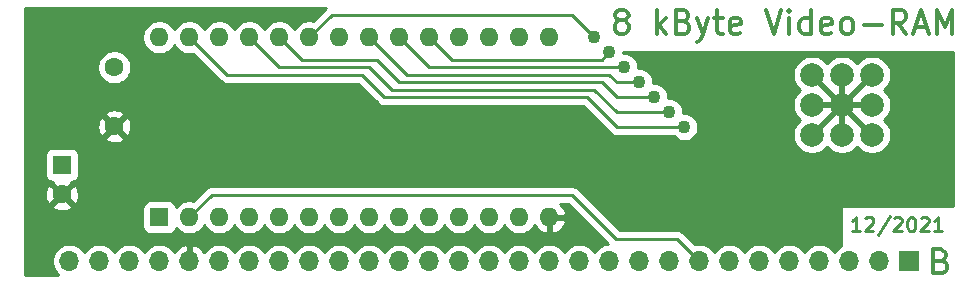
<source format=gbr>
%TF.GenerationSoftware,KiCad,Pcbnew,5.1.10*%
%TF.CreationDate,2021-12-04T10:07:26+01:00*%
%TF.ProjectId,Speichermodul_VRAM,53706569-6368-4657-926d-6f64756c5f56,1*%
%TF.SameCoordinates,Original*%
%TF.FileFunction,Copper,L1,Top*%
%TF.FilePolarity,Positive*%
%FSLAX46Y46*%
G04 Gerber Fmt 4.6, Leading zero omitted, Abs format (unit mm)*
G04 Created by KiCad (PCBNEW 5.1.10) date 2021-12-04 10:07:26*
%MOMM*%
%LPD*%
G01*
G04 APERTURE LIST*
%TA.AperFunction,NonConductor*%
%ADD10C,0.250000*%
%TD*%
%TA.AperFunction,NonConductor*%
%ADD11C,0.300000*%
%TD*%
%TA.AperFunction,ComponentPad*%
%ADD12O,1.600000X1.600000*%
%TD*%
%TA.AperFunction,ComponentPad*%
%ADD13R,1.600000X1.600000*%
%TD*%
%TA.AperFunction,SMDPad,CuDef*%
%ADD14C,0.100000*%
%TD*%
%TA.AperFunction,SMDPad,CuDef*%
%ADD15R,5.080000X0.500000*%
%TD*%
%TA.AperFunction,SMDPad,CuDef*%
%ADD16R,0.500000X5.080000*%
%TD*%
%TA.AperFunction,SMDPad,CuDef*%
%ADD17C,2.000000*%
%TD*%
%TA.AperFunction,ComponentPad*%
%ADD18C,1.600000*%
%TD*%
%TA.AperFunction,ComponentPad*%
%ADD19O,1.700000X1.700000*%
%TD*%
%TA.AperFunction,ComponentPad*%
%ADD20R,1.700000X1.700000*%
%TD*%
%TA.AperFunction,ViaPad*%
%ADD21C,1.100000*%
%TD*%
%TA.AperFunction,Conductor*%
%ADD22C,0.250000*%
%TD*%
%TA.AperFunction,Conductor*%
%ADD23C,0.254000*%
%TD*%
%TA.AperFunction,Conductor*%
%ADD24C,0.100000*%
%TD*%
G04 APERTURE END LIST*
D10*
X184407500Y-132622857D02*
X183721785Y-132622857D01*
X184064642Y-132622857D02*
X184064642Y-131422857D01*
X183950357Y-131594285D01*
X183836071Y-131708571D01*
X183721785Y-131765714D01*
X184864642Y-131537142D02*
X184921785Y-131480000D01*
X185036071Y-131422857D01*
X185321785Y-131422857D01*
X185436071Y-131480000D01*
X185493214Y-131537142D01*
X185550357Y-131651428D01*
X185550357Y-131765714D01*
X185493214Y-131937142D01*
X184807500Y-132622857D01*
X185550357Y-132622857D01*
X186921785Y-131365714D02*
X185893214Y-132908571D01*
X187264642Y-131537142D02*
X187321785Y-131480000D01*
X187436071Y-131422857D01*
X187721785Y-131422857D01*
X187836071Y-131480000D01*
X187893214Y-131537142D01*
X187950357Y-131651428D01*
X187950357Y-131765714D01*
X187893214Y-131937142D01*
X187207500Y-132622857D01*
X187950357Y-132622857D01*
X188693214Y-131422857D02*
X188807500Y-131422857D01*
X188921785Y-131480000D01*
X188978928Y-131537142D01*
X189036071Y-131651428D01*
X189093214Y-131880000D01*
X189093214Y-132165714D01*
X189036071Y-132394285D01*
X188978928Y-132508571D01*
X188921785Y-132565714D01*
X188807500Y-132622857D01*
X188693214Y-132622857D01*
X188578928Y-132565714D01*
X188521785Y-132508571D01*
X188464642Y-132394285D01*
X188407500Y-132165714D01*
X188407500Y-131880000D01*
X188464642Y-131651428D01*
X188521785Y-131537142D01*
X188578928Y-131480000D01*
X188693214Y-131422857D01*
X189550357Y-131537142D02*
X189607500Y-131480000D01*
X189721785Y-131422857D01*
X190007500Y-131422857D01*
X190121785Y-131480000D01*
X190178928Y-131537142D01*
X190236071Y-131651428D01*
X190236071Y-131765714D01*
X190178928Y-131937142D01*
X189493214Y-132622857D01*
X190236071Y-132622857D01*
X191378928Y-132622857D02*
X190693214Y-132622857D01*
X191036071Y-132622857D02*
X191036071Y-131422857D01*
X190921785Y-131594285D01*
X190807500Y-131708571D01*
X190693214Y-131765714D01*
D11*
X164047619Y-114761904D02*
X163857142Y-114666666D01*
X163761904Y-114571428D01*
X163666666Y-114380952D01*
X163666666Y-114285714D01*
X163761904Y-114095238D01*
X163857142Y-114000000D01*
X164047619Y-113904761D01*
X164428571Y-113904761D01*
X164619047Y-114000000D01*
X164714285Y-114095238D01*
X164809523Y-114285714D01*
X164809523Y-114380952D01*
X164714285Y-114571428D01*
X164619047Y-114666666D01*
X164428571Y-114761904D01*
X164047619Y-114761904D01*
X163857142Y-114857142D01*
X163761904Y-114952380D01*
X163666666Y-115142857D01*
X163666666Y-115523809D01*
X163761904Y-115714285D01*
X163857142Y-115809523D01*
X164047619Y-115904761D01*
X164428571Y-115904761D01*
X164619047Y-115809523D01*
X164714285Y-115714285D01*
X164809523Y-115523809D01*
X164809523Y-115142857D01*
X164714285Y-114952380D01*
X164619047Y-114857142D01*
X164428571Y-114761904D01*
X167190476Y-115904761D02*
X167190476Y-113904761D01*
X167380952Y-115142857D02*
X167952380Y-115904761D01*
X167952380Y-114571428D02*
X167190476Y-115333333D01*
X169476190Y-114857142D02*
X169761904Y-114952380D01*
X169857142Y-115047619D01*
X169952380Y-115238095D01*
X169952380Y-115523809D01*
X169857142Y-115714285D01*
X169761904Y-115809523D01*
X169571428Y-115904761D01*
X168809523Y-115904761D01*
X168809523Y-113904761D01*
X169476190Y-113904761D01*
X169666666Y-114000000D01*
X169761904Y-114095238D01*
X169857142Y-114285714D01*
X169857142Y-114476190D01*
X169761904Y-114666666D01*
X169666666Y-114761904D01*
X169476190Y-114857142D01*
X168809523Y-114857142D01*
X170619047Y-114571428D02*
X171095238Y-115904761D01*
X171571428Y-114571428D02*
X171095238Y-115904761D01*
X170904761Y-116380952D01*
X170809523Y-116476190D01*
X170619047Y-116571428D01*
X172047619Y-114571428D02*
X172809523Y-114571428D01*
X172333333Y-113904761D02*
X172333333Y-115619047D01*
X172428571Y-115809523D01*
X172619047Y-115904761D01*
X172809523Y-115904761D01*
X174238095Y-115809523D02*
X174047619Y-115904761D01*
X173666666Y-115904761D01*
X173476190Y-115809523D01*
X173380952Y-115619047D01*
X173380952Y-114857142D01*
X173476190Y-114666666D01*
X173666666Y-114571428D01*
X174047619Y-114571428D01*
X174238095Y-114666666D01*
X174333333Y-114857142D01*
X174333333Y-115047619D01*
X173380952Y-115238095D01*
X176428571Y-113904761D02*
X177095238Y-115904761D01*
X177761904Y-113904761D01*
X178428571Y-115904761D02*
X178428571Y-114571428D01*
X178428571Y-113904761D02*
X178333333Y-114000000D01*
X178428571Y-114095238D01*
X178523809Y-114000000D01*
X178428571Y-113904761D01*
X178428571Y-114095238D01*
X180238095Y-115904761D02*
X180238095Y-113904761D01*
X180238095Y-115809523D02*
X180047619Y-115904761D01*
X179666666Y-115904761D01*
X179476190Y-115809523D01*
X179380952Y-115714285D01*
X179285714Y-115523809D01*
X179285714Y-114952380D01*
X179380952Y-114761904D01*
X179476190Y-114666666D01*
X179666666Y-114571428D01*
X180047619Y-114571428D01*
X180238095Y-114666666D01*
X181952380Y-115809523D02*
X181761904Y-115904761D01*
X181380952Y-115904761D01*
X181190476Y-115809523D01*
X181095238Y-115619047D01*
X181095238Y-114857142D01*
X181190476Y-114666666D01*
X181380952Y-114571428D01*
X181761904Y-114571428D01*
X181952380Y-114666666D01*
X182047619Y-114857142D01*
X182047619Y-115047619D01*
X181095238Y-115238095D01*
X183190476Y-115904761D02*
X183000000Y-115809523D01*
X182904761Y-115714285D01*
X182809523Y-115523809D01*
X182809523Y-114952380D01*
X182904761Y-114761904D01*
X183000000Y-114666666D01*
X183190476Y-114571428D01*
X183476190Y-114571428D01*
X183666666Y-114666666D01*
X183761904Y-114761904D01*
X183857142Y-114952380D01*
X183857142Y-115523809D01*
X183761904Y-115714285D01*
X183666666Y-115809523D01*
X183476190Y-115904761D01*
X183190476Y-115904761D01*
X184714285Y-115142857D02*
X186238095Y-115142857D01*
X188333333Y-115904761D02*
X187666666Y-114952380D01*
X187190476Y-115904761D02*
X187190476Y-113904761D01*
X187952380Y-113904761D01*
X188142857Y-114000000D01*
X188238095Y-114095238D01*
X188333333Y-114285714D01*
X188333333Y-114571428D01*
X188238095Y-114761904D01*
X188142857Y-114857142D01*
X187952380Y-114952380D01*
X187190476Y-114952380D01*
X189095238Y-115333333D02*
X190047619Y-115333333D01*
X188904761Y-115904761D02*
X189571428Y-113904761D01*
X190238095Y-115904761D01*
X190904761Y-115904761D02*
X190904761Y-113904761D01*
X191571428Y-115333333D01*
X192238095Y-113904761D01*
X192238095Y-115904761D01*
X191277857Y-135112142D02*
X191563571Y-135207380D01*
X191658809Y-135302619D01*
X191754047Y-135493095D01*
X191754047Y-135778809D01*
X191658809Y-135969285D01*
X191563571Y-136064523D01*
X191373095Y-136159761D01*
X190611190Y-136159761D01*
X190611190Y-134159761D01*
X191277857Y-134159761D01*
X191468333Y-134255000D01*
X191563571Y-134350238D01*
X191658809Y-134540714D01*
X191658809Y-134731190D01*
X191563571Y-134921666D01*
X191468333Y-135016904D01*
X191277857Y-135112142D01*
X190611190Y-135112142D01*
D12*
%TO.P,U3,28*%
%TO.N,U2*%
X125095000Y-116205000D03*
%TO.P,U3,14*%
%TO.N,GND*%
X158115000Y-131445000D03*
%TO.P,U3,27*%
%TO.N,R~W*%
X127635000Y-116205000D03*
%TO.P,U3,13*%
%TO.N,/D2*%
X155575000Y-131445000D03*
%TO.P,U3,26*%
%TO.N,U1*%
X130175000Y-116205000D03*
%TO.P,U3,12*%
%TO.N,/D1*%
X153035000Y-131445000D03*
%TO.P,U3,25*%
%TO.N,/A8*%
X132715000Y-116205000D03*
%TO.P,U3,11*%
%TO.N,/D0*%
X150495000Y-131445000D03*
%TO.P,U3,24*%
%TO.N,/A9*%
X135255000Y-116205000D03*
%TO.P,U3,10*%
%TO.N,/A0*%
X147955000Y-131445000D03*
%TO.P,U3,23*%
%TO.N,/A11*%
X137795000Y-116205000D03*
%TO.P,U3,9*%
%TO.N,/A1*%
X145415000Y-131445000D03*
%TO.P,U3,22*%
%TO.N,/~CSA*%
X140335000Y-116205000D03*
%TO.P,U3,8*%
%TO.N,/A2*%
X142875000Y-131445000D03*
%TO.P,U3,21*%
%TO.N,/A10*%
X142875000Y-116205000D03*
%TO.P,U3,7*%
%TO.N,/A3*%
X140335000Y-131445000D03*
%TO.P,U3,20*%
%TO.N,/~CSA*%
X145415000Y-116205000D03*
%TO.P,U3,6*%
%TO.N,/A4*%
X137795000Y-131445000D03*
%TO.P,U3,19*%
%TO.N,/D7*%
X147955000Y-116205000D03*
%TO.P,U3,5*%
%TO.N,/A5*%
X135255000Y-131445000D03*
%TO.P,U3,18*%
%TO.N,/D6*%
X150495000Y-116205000D03*
%TO.P,U3,4*%
%TO.N,/A6*%
X132715000Y-131445000D03*
%TO.P,U3,17*%
%TO.N,/D5*%
X153035000Y-116205000D03*
%TO.P,U3,3*%
%TO.N,/A7*%
X130175000Y-131445000D03*
%TO.P,U3,16*%
%TO.N,/D4*%
X155575000Y-116205000D03*
%TO.P,U3,2*%
%TO.N,/A12*%
X127635000Y-131445000D03*
%TO.P,U3,15*%
%TO.N,/D3*%
X158115000Y-116205000D03*
D13*
%TO.P,U3,1*%
%TO.N,Net-(U3-Pad1)*%
X125095000Y-131445000D03*
%TD*%
%TA.AperFunction,SMDPad,CuDef*%
D14*
%TO.P,REF\u002A\u002A,2*%
%TO.N,N/C*%
G36*
X185531650Y-119621903D02*
G01*
X180581903Y-124571650D01*
X180228350Y-124218097D01*
X185178097Y-119268350D01*
X185531650Y-119621903D01*
G37*
%TD.AperFunction*%
%TA.AperFunction,SMDPad,CuDef*%
G36*
X185178097Y-124571650D02*
G01*
X180228350Y-119621903D01*
X180581903Y-119268350D01*
X185531650Y-124218097D01*
X185178097Y-124571650D01*
G37*
%TD.AperFunction*%
D15*
X182880000Y-121920000D03*
D16*
X182880000Y-121920000D03*
D17*
%TO.P,REF\u002A\u002A,1*%
X180340000Y-121920000D03*
X180340000Y-124460000D03*
X182880000Y-124460000D03*
X185420000Y-124460000D03*
X185420000Y-121920000D03*
X185420000Y-119380000D03*
X182880000Y-119380000D03*
X180340000Y-119380000D03*
X182880000Y-121920000D03*
%TD*%
D18*
%TO.P,C5,2*%
%TO.N,GND*%
X116840000Y-129500000D03*
D13*
%TO.P,C5,1*%
%TO.N,U2*%
X116840000Y-127000000D03*
%TD*%
D18*
%TO.P,C3,2*%
%TO.N,GND*%
X121285000Y-123745000D03*
%TO.P,C3,1*%
%TO.N,U2*%
X121285000Y-118745000D03*
%TD*%
D19*
%TO.P,X10,29*%
%TO.N,Net-(X10-Pad29)*%
X117470000Y-135160000D03*
%TO.P,X10,28*%
%TO.N,+5P*%
X120010000Y-135160000D03*
%TO.P,X10,27*%
%TO.N,U2*%
X122550000Y-135160000D03*
%TO.P,X10,26*%
%TO.N,U1*%
X125090000Y-135160000D03*
%TO.P,X10,25*%
%TO.N,GND*%
X127630000Y-135160000D03*
%TO.P,X10,24*%
%TO.N,/A7*%
X130170000Y-135160000D03*
%TO.P,X10,23*%
%TO.N,/A6*%
X132710000Y-135160000D03*
%TO.P,X10,22*%
%TO.N,/A5*%
X135250000Y-135160000D03*
%TO.P,X10,21*%
%TO.N,/A4*%
X137790000Y-135160000D03*
%TO.P,X10,20*%
%TO.N,/A3*%
X140330000Y-135160000D03*
%TO.P,X10,19*%
%TO.N,/A2*%
X142870000Y-135160000D03*
%TO.P,X10,18*%
%TO.N,/A1*%
X145410000Y-135160000D03*
%TO.P,X10,17*%
%TO.N,/A0*%
X147950000Y-135160000D03*
%TO.P,X10,16*%
%TO.N,/D0*%
X150490000Y-135160000D03*
%TO.P,X10,15*%
%TO.N,/D1*%
X153030000Y-135160000D03*
%TO.P,X10,14*%
%TO.N,/D2*%
X155570000Y-135160000D03*
%TO.P,X10,13*%
%TO.N,/D3*%
X158110000Y-135160000D03*
%TO.P,X10,12*%
%TO.N,/D4*%
X160650000Y-135160000D03*
%TO.P,X10,11*%
%TO.N,/D5*%
X163190000Y-135160000D03*
%TO.P,X10,10*%
%TO.N,/D6*%
X165730000Y-135160000D03*
%TO.P,X10,9*%
%TO.N,/D7*%
X168270000Y-135160000D03*
%TO.P,X10,8*%
%TO.N,/A12*%
X170810000Y-135160000D03*
%TO.P,X10,7*%
%TO.N,/A11*%
X173350000Y-135160000D03*
%TO.P,X10,6*%
%TO.N,/A10*%
X175890000Y-135160000D03*
%TO.P,X10,5*%
%TO.N,/A9*%
X178430000Y-135160000D03*
%TO.P,X10,4*%
%TO.N,/A8*%
X180970000Y-135160000D03*
%TO.P,X10,3*%
%TO.N,R~W*%
X183510000Y-135160000D03*
%TO.P,X10,2*%
%TO.N,Net-(X10-Pad2)*%
X186050000Y-135160000D03*
D20*
%TO.P,X10,1*%
%TO.N,/~CSA*%
X188590000Y-135160000D03*
%TD*%
D21*
%TO.N,*%
X182880000Y-121920000D03*
%TO.N,GND*%
X172720000Y-123825000D03*
%TO.N,/A8*%
X168275000Y-122555000D03*
%TO.N,/A9*%
X167005000Y-121285000D03*
%TO.N,/A10*%
X165735000Y-120015000D03*
%TO.N,/D7*%
X163195000Y-117475000D03*
%TO.N,R~W*%
X169545000Y-123825000D03*
%TO.N,/~CSA*%
X164465000Y-118745000D03*
%TO.N,/A11*%
X161925000Y-116205000D03*
%TD*%
D22*
%TO.N,GND*%
X121245000Y-129500000D02*
X121285000Y-129540000D01*
X121285000Y-129540000D02*
X121285000Y-130810000D01*
X127630000Y-133355000D02*
X127635000Y-133350000D01*
X127630000Y-135160000D02*
X127630000Y-133355000D01*
X127635000Y-133350000D02*
X156210000Y-133350000D01*
X158115000Y-131445000D02*
X158115000Y-133350000D01*
X158115000Y-133350000D02*
X156210000Y-133350000D01*
X116840000Y-129500000D02*
X118110000Y-130770000D01*
X121245000Y-130770000D02*
X121920000Y-131445000D01*
X121285000Y-130810000D02*
X121920000Y-131445000D01*
%TO.N,/A8*%
X161925000Y-120650000D02*
X163830000Y-122555000D01*
X163830000Y-122555000D02*
X165100000Y-122555000D01*
X165100000Y-122555000D02*
X168275000Y-122555000D01*
X142875000Y-118745000D02*
X144780000Y-120650000D01*
X135255000Y-118745000D02*
X142875000Y-118745000D01*
X144780000Y-120650000D02*
X161925000Y-120650000D01*
X132715000Y-116205000D02*
X135255000Y-118745000D01*
%TO.N,/A9*%
X163830000Y-121285000D02*
X165735000Y-121285000D01*
X162560000Y-120015000D02*
X163830000Y-121285000D01*
X165735000Y-121285000D02*
X167005000Y-121285000D01*
X143510000Y-118110000D02*
X145415000Y-120015000D01*
X137160000Y-118110000D02*
X143510000Y-118110000D01*
X145415000Y-120015000D02*
X162560000Y-120015000D01*
X135255000Y-116205000D02*
X137160000Y-118110000D01*
%TO.N,/A10*%
X146050000Y-119380000D02*
X142875000Y-116205000D01*
X163195000Y-119380000D02*
X163830000Y-120015000D01*
X163195000Y-119380000D02*
X146050000Y-119380000D01*
X163830000Y-120015000D02*
X165735000Y-120015000D01*
%TO.N,/D7*%
X149860000Y-118110000D02*
X147955000Y-116205000D01*
X162560000Y-118110000D02*
X149860000Y-118110000D01*
X163195000Y-117475000D02*
X162560000Y-118110000D01*
%TO.N,R~W*%
X165100000Y-123825000D02*
X169545000Y-123825000D01*
X163830000Y-123825000D02*
X165100000Y-123825000D01*
X161290000Y-121285000D02*
X163830000Y-123825000D01*
X142240000Y-119380000D02*
X144145000Y-121285000D01*
X130810000Y-119380000D02*
X142240000Y-119380000D01*
X144145000Y-121285000D02*
X161290000Y-121285000D01*
X127635000Y-116205000D02*
X130810000Y-119380000D01*
%TO.N,/~CSA*%
X147955000Y-118745000D02*
X145415000Y-116205000D01*
X164465000Y-118745000D02*
X147955000Y-118745000D01*
%TO.N,/A12*%
X129540000Y-129540000D02*
X160020000Y-129540000D01*
X127635000Y-131445000D02*
X129540000Y-129540000D01*
X163785000Y-133305000D02*
X168955000Y-133305000D01*
X160020000Y-129540000D02*
X163785000Y-133305000D01*
X168955000Y-133305000D02*
X170810000Y-135160000D01*
%TO.N,/A11*%
X139700000Y-114300000D02*
X137795000Y-116205000D01*
X160020000Y-114300000D02*
X139700000Y-114300000D01*
X161925000Y-116205000D02*
X160020000Y-114300000D01*
%TD*%
D23*
%TO.N,GND*%
X139159999Y-113759999D02*
X139136201Y-113788997D01*
X138118886Y-114806312D01*
X137936335Y-114770000D01*
X137653665Y-114770000D01*
X137376426Y-114825147D01*
X137115273Y-114933320D01*
X136880241Y-115090363D01*
X136680363Y-115290241D01*
X136525000Y-115522759D01*
X136369637Y-115290241D01*
X136169759Y-115090363D01*
X135934727Y-114933320D01*
X135673574Y-114825147D01*
X135396335Y-114770000D01*
X135113665Y-114770000D01*
X134836426Y-114825147D01*
X134575273Y-114933320D01*
X134340241Y-115090363D01*
X134140363Y-115290241D01*
X133985000Y-115522759D01*
X133829637Y-115290241D01*
X133629759Y-115090363D01*
X133394727Y-114933320D01*
X133133574Y-114825147D01*
X132856335Y-114770000D01*
X132573665Y-114770000D01*
X132296426Y-114825147D01*
X132035273Y-114933320D01*
X131800241Y-115090363D01*
X131600363Y-115290241D01*
X131445000Y-115522759D01*
X131289637Y-115290241D01*
X131089759Y-115090363D01*
X130854727Y-114933320D01*
X130593574Y-114825147D01*
X130316335Y-114770000D01*
X130033665Y-114770000D01*
X129756426Y-114825147D01*
X129495273Y-114933320D01*
X129260241Y-115090363D01*
X129060363Y-115290241D01*
X128905000Y-115522759D01*
X128749637Y-115290241D01*
X128549759Y-115090363D01*
X128314727Y-114933320D01*
X128053574Y-114825147D01*
X127776335Y-114770000D01*
X127493665Y-114770000D01*
X127216426Y-114825147D01*
X126955273Y-114933320D01*
X126720241Y-115090363D01*
X126520363Y-115290241D01*
X126365000Y-115522759D01*
X126209637Y-115290241D01*
X126009759Y-115090363D01*
X125774727Y-114933320D01*
X125513574Y-114825147D01*
X125236335Y-114770000D01*
X124953665Y-114770000D01*
X124676426Y-114825147D01*
X124415273Y-114933320D01*
X124180241Y-115090363D01*
X123980363Y-115290241D01*
X123823320Y-115525273D01*
X123715147Y-115786426D01*
X123660000Y-116063665D01*
X123660000Y-116346335D01*
X123715147Y-116623574D01*
X123823320Y-116884727D01*
X123980363Y-117119759D01*
X124180241Y-117319637D01*
X124415273Y-117476680D01*
X124676426Y-117584853D01*
X124953665Y-117640000D01*
X125236335Y-117640000D01*
X125513574Y-117584853D01*
X125774727Y-117476680D01*
X126009759Y-117319637D01*
X126209637Y-117119759D01*
X126365000Y-116887241D01*
X126520363Y-117119759D01*
X126720241Y-117319637D01*
X126955273Y-117476680D01*
X127216426Y-117584853D01*
X127493665Y-117640000D01*
X127776335Y-117640000D01*
X127958886Y-117603688D01*
X130246200Y-119891002D01*
X130269999Y-119920001D01*
X130298997Y-119943799D01*
X130385723Y-120014974D01*
X130494446Y-120073088D01*
X130517753Y-120085546D01*
X130661014Y-120129003D01*
X130772667Y-120140000D01*
X130772676Y-120140000D01*
X130809999Y-120143676D01*
X130847322Y-120140000D01*
X141925199Y-120140000D01*
X143581200Y-121796002D01*
X143604999Y-121825001D01*
X143720724Y-121919974D01*
X143852753Y-121990546D01*
X143996014Y-122034003D01*
X144107667Y-122045000D01*
X144107677Y-122045000D01*
X144145000Y-122048676D01*
X144182323Y-122045000D01*
X160975199Y-122045000D01*
X163266205Y-124336008D01*
X163289999Y-124365001D01*
X163318992Y-124388795D01*
X163318996Y-124388799D01*
X163389685Y-124446811D01*
X163405724Y-124459974D01*
X163537753Y-124530546D01*
X163681014Y-124574003D01*
X163792667Y-124585000D01*
X163792676Y-124585000D01*
X163829999Y-124588676D01*
X163867322Y-124585000D01*
X168629156Y-124585000D01*
X168789606Y-124745450D01*
X168983692Y-124875134D01*
X169199348Y-124964461D01*
X169428288Y-125010000D01*
X169661712Y-125010000D01*
X169890652Y-124964461D01*
X170106308Y-124875134D01*
X170300394Y-124745450D01*
X170465450Y-124580394D01*
X170595134Y-124386308D01*
X170684461Y-124170652D01*
X170730000Y-123941712D01*
X170730000Y-123708288D01*
X170684461Y-123479348D01*
X170595134Y-123263692D01*
X170465450Y-123069606D01*
X170300394Y-122904550D01*
X170106308Y-122774866D01*
X169890652Y-122685539D01*
X169661712Y-122640000D01*
X169460000Y-122640000D01*
X169460000Y-122438288D01*
X169414461Y-122209348D01*
X169325134Y-121993692D01*
X169195450Y-121799606D01*
X169030394Y-121634550D01*
X168836308Y-121504866D01*
X168620652Y-121415539D01*
X168391712Y-121370000D01*
X168190000Y-121370000D01*
X168190000Y-121168288D01*
X168144461Y-120939348D01*
X168055134Y-120723692D01*
X167925450Y-120529606D01*
X167760394Y-120364550D01*
X167566308Y-120234866D01*
X167350652Y-120145539D01*
X167121712Y-120100000D01*
X166920000Y-120100000D01*
X166920000Y-119898288D01*
X166874461Y-119669348D01*
X166785134Y-119453692D01*
X166655450Y-119259606D01*
X166614811Y-119218967D01*
X178705000Y-119218967D01*
X178705000Y-119541033D01*
X178767832Y-119856912D01*
X178891082Y-120154463D01*
X179070013Y-120422252D01*
X179297748Y-120649987D01*
X179297767Y-120650000D01*
X179297748Y-120650013D01*
X179070013Y-120877748D01*
X178891082Y-121145537D01*
X178767832Y-121443088D01*
X178705000Y-121758967D01*
X178705000Y-122081033D01*
X178767832Y-122396912D01*
X178891082Y-122694463D01*
X179070013Y-122962252D01*
X179297748Y-123189987D01*
X179297767Y-123190000D01*
X179297748Y-123190013D01*
X179070013Y-123417748D01*
X178891082Y-123685537D01*
X178767832Y-123983088D01*
X178705000Y-124298967D01*
X178705000Y-124621033D01*
X178767832Y-124936912D01*
X178891082Y-125234463D01*
X179070013Y-125502252D01*
X179297748Y-125729987D01*
X179565537Y-125908918D01*
X179863088Y-126032168D01*
X180178967Y-126095000D01*
X180501033Y-126095000D01*
X180816912Y-126032168D01*
X181114463Y-125908918D01*
X181382252Y-125729987D01*
X181609987Y-125502252D01*
X181610000Y-125502233D01*
X181610013Y-125502252D01*
X181837748Y-125729987D01*
X182105537Y-125908918D01*
X182403088Y-126032168D01*
X182718967Y-126095000D01*
X183041033Y-126095000D01*
X183356912Y-126032168D01*
X183654463Y-125908918D01*
X183922252Y-125729987D01*
X184149987Y-125502252D01*
X184150000Y-125502233D01*
X184150013Y-125502252D01*
X184377748Y-125729987D01*
X184645537Y-125908918D01*
X184943088Y-126032168D01*
X185258967Y-126095000D01*
X185581033Y-126095000D01*
X185896912Y-126032168D01*
X186194463Y-125908918D01*
X186462252Y-125729987D01*
X186689987Y-125502252D01*
X186868918Y-125234463D01*
X186992168Y-124936912D01*
X187055000Y-124621033D01*
X187055000Y-124298967D01*
X186992168Y-123983088D01*
X186868918Y-123685537D01*
X186689987Y-123417748D01*
X186462252Y-123190013D01*
X186462233Y-123190000D01*
X186462252Y-123189987D01*
X186689987Y-122962252D01*
X186868918Y-122694463D01*
X186992168Y-122396912D01*
X187055000Y-122081033D01*
X187055000Y-121758967D01*
X186992168Y-121443088D01*
X186868918Y-121145537D01*
X186689987Y-120877748D01*
X186462252Y-120650013D01*
X186462233Y-120650000D01*
X186462252Y-120649987D01*
X186689987Y-120422252D01*
X186868918Y-120154463D01*
X186992168Y-119856912D01*
X187055000Y-119541033D01*
X187055000Y-119218967D01*
X186992168Y-118903088D01*
X186868918Y-118605537D01*
X186689987Y-118337748D01*
X186462252Y-118110013D01*
X186194463Y-117931082D01*
X185896912Y-117807832D01*
X185581033Y-117745000D01*
X185258967Y-117745000D01*
X184943088Y-117807832D01*
X184645537Y-117931082D01*
X184377748Y-118110013D01*
X184150013Y-118337748D01*
X184150000Y-118337767D01*
X184149987Y-118337748D01*
X183922252Y-118110013D01*
X183654463Y-117931082D01*
X183356912Y-117807832D01*
X183041033Y-117745000D01*
X182718967Y-117745000D01*
X182403088Y-117807832D01*
X182105537Y-117931082D01*
X181837748Y-118110013D01*
X181610013Y-118337748D01*
X181610000Y-118337767D01*
X181609987Y-118337748D01*
X181382252Y-118110013D01*
X181114463Y-117931082D01*
X180816912Y-117807832D01*
X180501033Y-117745000D01*
X180178967Y-117745000D01*
X179863088Y-117807832D01*
X179565537Y-117931082D01*
X179297748Y-118110013D01*
X179070013Y-118337748D01*
X178891082Y-118605537D01*
X178767832Y-118903088D01*
X178705000Y-119218967D01*
X166614811Y-119218967D01*
X166490394Y-119094550D01*
X166296308Y-118964866D01*
X166080652Y-118875539D01*
X165851712Y-118830000D01*
X165650000Y-118830000D01*
X165650000Y-118628288D01*
X165604461Y-118399348D01*
X165515134Y-118183692D01*
X165385450Y-117989606D01*
X165220394Y-117824550D01*
X165026308Y-117694866D01*
X164810652Y-117605539D01*
X164581712Y-117560000D01*
X164380000Y-117560000D01*
X164380000Y-117420000D01*
X192305001Y-117420000D01*
X192305000Y-130518500D01*
X182770714Y-130518500D01*
X182770714Y-133838500D01*
X182819891Y-133838500D01*
X182806589Y-133844010D01*
X182563368Y-134006525D01*
X182356525Y-134213368D01*
X182240000Y-134387760D01*
X182123475Y-134213368D01*
X181916632Y-134006525D01*
X181673411Y-133844010D01*
X181403158Y-133732068D01*
X181116260Y-133675000D01*
X180823740Y-133675000D01*
X180536842Y-133732068D01*
X180266589Y-133844010D01*
X180023368Y-134006525D01*
X179816525Y-134213368D01*
X179700000Y-134387760D01*
X179583475Y-134213368D01*
X179376632Y-134006525D01*
X179133411Y-133844010D01*
X178863158Y-133732068D01*
X178576260Y-133675000D01*
X178283740Y-133675000D01*
X177996842Y-133732068D01*
X177726589Y-133844010D01*
X177483368Y-134006525D01*
X177276525Y-134213368D01*
X177160000Y-134387760D01*
X177043475Y-134213368D01*
X176836632Y-134006525D01*
X176593411Y-133844010D01*
X176323158Y-133732068D01*
X176036260Y-133675000D01*
X175743740Y-133675000D01*
X175456842Y-133732068D01*
X175186589Y-133844010D01*
X174943368Y-134006525D01*
X174736525Y-134213368D01*
X174620000Y-134387760D01*
X174503475Y-134213368D01*
X174296632Y-134006525D01*
X174053411Y-133844010D01*
X173783158Y-133732068D01*
X173496260Y-133675000D01*
X173203740Y-133675000D01*
X172916842Y-133732068D01*
X172646589Y-133844010D01*
X172403368Y-134006525D01*
X172196525Y-134213368D01*
X172080000Y-134387760D01*
X171963475Y-134213368D01*
X171756632Y-134006525D01*
X171513411Y-133844010D01*
X171243158Y-133732068D01*
X170956260Y-133675000D01*
X170663740Y-133675000D01*
X170443592Y-133718790D01*
X169518804Y-132794003D01*
X169495001Y-132764999D01*
X169379276Y-132670026D01*
X169247247Y-132599454D01*
X169103986Y-132555997D01*
X168992333Y-132545000D01*
X168992322Y-132545000D01*
X168955000Y-132541324D01*
X168917678Y-132545000D01*
X164099802Y-132545000D01*
X160583804Y-129029003D01*
X160560001Y-128999999D01*
X160444276Y-128905026D01*
X160312247Y-128834454D01*
X160168986Y-128790997D01*
X160057333Y-128780000D01*
X160057322Y-128780000D01*
X160020000Y-128776324D01*
X159982678Y-128780000D01*
X129577323Y-128780000D01*
X129540000Y-128776324D01*
X129502677Y-128780000D01*
X129502667Y-128780000D01*
X129391014Y-128790997D01*
X129247753Y-128834454D01*
X129115724Y-128905026D01*
X128999999Y-128999999D01*
X128976201Y-129028997D01*
X127958886Y-130046312D01*
X127776335Y-130010000D01*
X127493665Y-130010000D01*
X127216426Y-130065147D01*
X126955273Y-130173320D01*
X126720241Y-130330363D01*
X126521643Y-130528961D01*
X126520812Y-130520518D01*
X126484502Y-130400820D01*
X126425537Y-130290506D01*
X126346185Y-130193815D01*
X126249494Y-130114463D01*
X126139180Y-130055498D01*
X126019482Y-130019188D01*
X125895000Y-130006928D01*
X124295000Y-130006928D01*
X124170518Y-130019188D01*
X124050820Y-130055498D01*
X123940506Y-130114463D01*
X123843815Y-130193815D01*
X123764463Y-130290506D01*
X123705498Y-130400820D01*
X123669188Y-130520518D01*
X123656928Y-130645000D01*
X123656928Y-132245000D01*
X123669188Y-132369482D01*
X123705498Y-132489180D01*
X123764463Y-132599494D01*
X123843815Y-132696185D01*
X123940506Y-132775537D01*
X124050820Y-132834502D01*
X124170518Y-132870812D01*
X124295000Y-132883072D01*
X125895000Y-132883072D01*
X126019482Y-132870812D01*
X126139180Y-132834502D01*
X126249494Y-132775537D01*
X126346185Y-132696185D01*
X126425537Y-132599494D01*
X126484502Y-132489180D01*
X126520812Y-132369482D01*
X126521643Y-132361039D01*
X126720241Y-132559637D01*
X126955273Y-132716680D01*
X127216426Y-132824853D01*
X127493665Y-132880000D01*
X127776335Y-132880000D01*
X128053574Y-132824853D01*
X128314727Y-132716680D01*
X128549759Y-132559637D01*
X128749637Y-132359759D01*
X128905000Y-132127241D01*
X129060363Y-132359759D01*
X129260241Y-132559637D01*
X129495273Y-132716680D01*
X129756426Y-132824853D01*
X130033665Y-132880000D01*
X130316335Y-132880000D01*
X130593574Y-132824853D01*
X130854727Y-132716680D01*
X131089759Y-132559637D01*
X131289637Y-132359759D01*
X131445000Y-132127241D01*
X131600363Y-132359759D01*
X131800241Y-132559637D01*
X132035273Y-132716680D01*
X132296426Y-132824853D01*
X132573665Y-132880000D01*
X132856335Y-132880000D01*
X133133574Y-132824853D01*
X133394727Y-132716680D01*
X133629759Y-132559637D01*
X133829637Y-132359759D01*
X133985000Y-132127241D01*
X134140363Y-132359759D01*
X134340241Y-132559637D01*
X134575273Y-132716680D01*
X134836426Y-132824853D01*
X135113665Y-132880000D01*
X135396335Y-132880000D01*
X135673574Y-132824853D01*
X135934727Y-132716680D01*
X136169759Y-132559637D01*
X136369637Y-132359759D01*
X136525000Y-132127241D01*
X136680363Y-132359759D01*
X136880241Y-132559637D01*
X137115273Y-132716680D01*
X137376426Y-132824853D01*
X137653665Y-132880000D01*
X137936335Y-132880000D01*
X138213574Y-132824853D01*
X138474727Y-132716680D01*
X138709759Y-132559637D01*
X138909637Y-132359759D01*
X139065000Y-132127241D01*
X139220363Y-132359759D01*
X139420241Y-132559637D01*
X139655273Y-132716680D01*
X139916426Y-132824853D01*
X140193665Y-132880000D01*
X140476335Y-132880000D01*
X140753574Y-132824853D01*
X141014727Y-132716680D01*
X141249759Y-132559637D01*
X141449637Y-132359759D01*
X141605000Y-132127241D01*
X141760363Y-132359759D01*
X141960241Y-132559637D01*
X142195273Y-132716680D01*
X142456426Y-132824853D01*
X142733665Y-132880000D01*
X143016335Y-132880000D01*
X143293574Y-132824853D01*
X143554727Y-132716680D01*
X143789759Y-132559637D01*
X143989637Y-132359759D01*
X144145000Y-132127241D01*
X144300363Y-132359759D01*
X144500241Y-132559637D01*
X144735273Y-132716680D01*
X144996426Y-132824853D01*
X145273665Y-132880000D01*
X145556335Y-132880000D01*
X145833574Y-132824853D01*
X146094727Y-132716680D01*
X146329759Y-132559637D01*
X146529637Y-132359759D01*
X146685000Y-132127241D01*
X146840363Y-132359759D01*
X147040241Y-132559637D01*
X147275273Y-132716680D01*
X147536426Y-132824853D01*
X147813665Y-132880000D01*
X148096335Y-132880000D01*
X148373574Y-132824853D01*
X148634727Y-132716680D01*
X148869759Y-132559637D01*
X149069637Y-132359759D01*
X149225000Y-132127241D01*
X149380363Y-132359759D01*
X149580241Y-132559637D01*
X149815273Y-132716680D01*
X150076426Y-132824853D01*
X150353665Y-132880000D01*
X150636335Y-132880000D01*
X150913574Y-132824853D01*
X151174727Y-132716680D01*
X151409759Y-132559637D01*
X151609637Y-132359759D01*
X151765000Y-132127241D01*
X151920363Y-132359759D01*
X152120241Y-132559637D01*
X152355273Y-132716680D01*
X152616426Y-132824853D01*
X152893665Y-132880000D01*
X153176335Y-132880000D01*
X153453574Y-132824853D01*
X153714727Y-132716680D01*
X153949759Y-132559637D01*
X154149637Y-132359759D01*
X154305000Y-132127241D01*
X154460363Y-132359759D01*
X154660241Y-132559637D01*
X154895273Y-132716680D01*
X155156426Y-132824853D01*
X155433665Y-132880000D01*
X155716335Y-132880000D01*
X155993574Y-132824853D01*
X156254727Y-132716680D01*
X156489759Y-132559637D01*
X156689637Y-132359759D01*
X156846680Y-132124727D01*
X156851067Y-132114135D01*
X156962615Y-132300131D01*
X157151586Y-132508519D01*
X157377580Y-132676037D01*
X157631913Y-132796246D01*
X157765961Y-132836904D01*
X157988000Y-132714915D01*
X157988000Y-131572000D01*
X158242000Y-131572000D01*
X158242000Y-132714915D01*
X158464039Y-132836904D01*
X158598087Y-132796246D01*
X158852420Y-132676037D01*
X159078414Y-132508519D01*
X159267385Y-132300131D01*
X159412070Y-132058881D01*
X159506909Y-131794040D01*
X159385624Y-131572000D01*
X158242000Y-131572000D01*
X157988000Y-131572000D01*
X157968000Y-131572000D01*
X157968000Y-131318000D01*
X157988000Y-131318000D01*
X157988000Y-131298000D01*
X158242000Y-131298000D01*
X158242000Y-131318000D01*
X159385624Y-131318000D01*
X159506909Y-131095960D01*
X159412070Y-130831119D01*
X159267385Y-130589869D01*
X159078414Y-130381481D01*
X158968490Y-130300000D01*
X159705199Y-130300000D01*
X163080198Y-133675000D01*
X163043740Y-133675000D01*
X162756842Y-133732068D01*
X162486589Y-133844010D01*
X162243368Y-134006525D01*
X162036525Y-134213368D01*
X161920000Y-134387760D01*
X161803475Y-134213368D01*
X161596632Y-134006525D01*
X161353411Y-133844010D01*
X161083158Y-133732068D01*
X160796260Y-133675000D01*
X160503740Y-133675000D01*
X160216842Y-133732068D01*
X159946589Y-133844010D01*
X159703368Y-134006525D01*
X159496525Y-134213368D01*
X159380000Y-134387760D01*
X159263475Y-134213368D01*
X159056632Y-134006525D01*
X158813411Y-133844010D01*
X158543158Y-133732068D01*
X158256260Y-133675000D01*
X157963740Y-133675000D01*
X157676842Y-133732068D01*
X157406589Y-133844010D01*
X157163368Y-134006525D01*
X156956525Y-134213368D01*
X156840000Y-134387760D01*
X156723475Y-134213368D01*
X156516632Y-134006525D01*
X156273411Y-133844010D01*
X156003158Y-133732068D01*
X155716260Y-133675000D01*
X155423740Y-133675000D01*
X155136842Y-133732068D01*
X154866589Y-133844010D01*
X154623368Y-134006525D01*
X154416525Y-134213368D01*
X154300000Y-134387760D01*
X154183475Y-134213368D01*
X153976632Y-134006525D01*
X153733411Y-133844010D01*
X153463158Y-133732068D01*
X153176260Y-133675000D01*
X152883740Y-133675000D01*
X152596842Y-133732068D01*
X152326589Y-133844010D01*
X152083368Y-134006525D01*
X151876525Y-134213368D01*
X151760000Y-134387760D01*
X151643475Y-134213368D01*
X151436632Y-134006525D01*
X151193411Y-133844010D01*
X150923158Y-133732068D01*
X150636260Y-133675000D01*
X150343740Y-133675000D01*
X150056842Y-133732068D01*
X149786589Y-133844010D01*
X149543368Y-134006525D01*
X149336525Y-134213368D01*
X149220000Y-134387760D01*
X149103475Y-134213368D01*
X148896632Y-134006525D01*
X148653411Y-133844010D01*
X148383158Y-133732068D01*
X148096260Y-133675000D01*
X147803740Y-133675000D01*
X147516842Y-133732068D01*
X147246589Y-133844010D01*
X147003368Y-134006525D01*
X146796525Y-134213368D01*
X146680000Y-134387760D01*
X146563475Y-134213368D01*
X146356632Y-134006525D01*
X146113411Y-133844010D01*
X145843158Y-133732068D01*
X145556260Y-133675000D01*
X145263740Y-133675000D01*
X144976842Y-133732068D01*
X144706589Y-133844010D01*
X144463368Y-134006525D01*
X144256525Y-134213368D01*
X144140000Y-134387760D01*
X144023475Y-134213368D01*
X143816632Y-134006525D01*
X143573411Y-133844010D01*
X143303158Y-133732068D01*
X143016260Y-133675000D01*
X142723740Y-133675000D01*
X142436842Y-133732068D01*
X142166589Y-133844010D01*
X141923368Y-134006525D01*
X141716525Y-134213368D01*
X141600000Y-134387760D01*
X141483475Y-134213368D01*
X141276632Y-134006525D01*
X141033411Y-133844010D01*
X140763158Y-133732068D01*
X140476260Y-133675000D01*
X140183740Y-133675000D01*
X139896842Y-133732068D01*
X139626589Y-133844010D01*
X139383368Y-134006525D01*
X139176525Y-134213368D01*
X139060000Y-134387760D01*
X138943475Y-134213368D01*
X138736632Y-134006525D01*
X138493411Y-133844010D01*
X138223158Y-133732068D01*
X137936260Y-133675000D01*
X137643740Y-133675000D01*
X137356842Y-133732068D01*
X137086589Y-133844010D01*
X136843368Y-134006525D01*
X136636525Y-134213368D01*
X136520000Y-134387760D01*
X136403475Y-134213368D01*
X136196632Y-134006525D01*
X135953411Y-133844010D01*
X135683158Y-133732068D01*
X135396260Y-133675000D01*
X135103740Y-133675000D01*
X134816842Y-133732068D01*
X134546589Y-133844010D01*
X134303368Y-134006525D01*
X134096525Y-134213368D01*
X133980000Y-134387760D01*
X133863475Y-134213368D01*
X133656632Y-134006525D01*
X133413411Y-133844010D01*
X133143158Y-133732068D01*
X132856260Y-133675000D01*
X132563740Y-133675000D01*
X132276842Y-133732068D01*
X132006589Y-133844010D01*
X131763368Y-134006525D01*
X131556525Y-134213368D01*
X131440000Y-134387760D01*
X131323475Y-134213368D01*
X131116632Y-134006525D01*
X130873411Y-133844010D01*
X130603158Y-133732068D01*
X130316260Y-133675000D01*
X130023740Y-133675000D01*
X129736842Y-133732068D01*
X129466589Y-133844010D01*
X129223368Y-134006525D01*
X129016525Y-134213368D01*
X128894805Y-134395534D01*
X128825178Y-134278645D01*
X128630269Y-134062412D01*
X128396920Y-133888359D01*
X128134099Y-133763175D01*
X127986890Y-133718524D01*
X127757000Y-133839845D01*
X127757000Y-135033000D01*
X127777000Y-135033000D01*
X127777000Y-135287000D01*
X127757000Y-135287000D01*
X127757000Y-135307000D01*
X127503000Y-135307000D01*
X127503000Y-135287000D01*
X127483000Y-135287000D01*
X127483000Y-135033000D01*
X127503000Y-135033000D01*
X127503000Y-133839845D01*
X127273110Y-133718524D01*
X127125901Y-133763175D01*
X126863080Y-133888359D01*
X126629731Y-134062412D01*
X126434822Y-134278645D01*
X126365195Y-134395534D01*
X126243475Y-134213368D01*
X126036632Y-134006525D01*
X125793411Y-133844010D01*
X125523158Y-133732068D01*
X125236260Y-133675000D01*
X124943740Y-133675000D01*
X124656842Y-133732068D01*
X124386589Y-133844010D01*
X124143368Y-134006525D01*
X123936525Y-134213368D01*
X123820000Y-134387760D01*
X123703475Y-134213368D01*
X123496632Y-134006525D01*
X123253411Y-133844010D01*
X122983158Y-133732068D01*
X122696260Y-133675000D01*
X122403740Y-133675000D01*
X122116842Y-133732068D01*
X121846589Y-133844010D01*
X121603368Y-134006525D01*
X121396525Y-134213368D01*
X121280000Y-134387760D01*
X121163475Y-134213368D01*
X120956632Y-134006525D01*
X120713411Y-133844010D01*
X120443158Y-133732068D01*
X120156260Y-133675000D01*
X119863740Y-133675000D01*
X119576842Y-133732068D01*
X119306589Y-133844010D01*
X119063368Y-134006525D01*
X118856525Y-134213368D01*
X118740000Y-134387760D01*
X118623475Y-134213368D01*
X118416632Y-134006525D01*
X118173411Y-133844010D01*
X117903158Y-133732068D01*
X117616260Y-133675000D01*
X117323740Y-133675000D01*
X117036842Y-133732068D01*
X116766589Y-133844010D01*
X116523368Y-134006525D01*
X116316525Y-134213368D01*
X116154010Y-134456589D01*
X116042068Y-134726842D01*
X115985000Y-135013740D01*
X115985000Y-135306260D01*
X116042068Y-135593158D01*
X116154010Y-135863411D01*
X116316525Y-136106632D01*
X116514893Y-136305000D01*
X113695000Y-136305000D01*
X113695000Y-130492702D01*
X116026903Y-130492702D01*
X116098486Y-130736671D01*
X116353996Y-130857571D01*
X116628184Y-130926300D01*
X116910512Y-130940217D01*
X117190130Y-130898787D01*
X117456292Y-130803603D01*
X117581514Y-130736671D01*
X117653097Y-130492702D01*
X116840000Y-129679605D01*
X116026903Y-130492702D01*
X113695000Y-130492702D01*
X113695000Y-129570512D01*
X115399783Y-129570512D01*
X115441213Y-129850130D01*
X115536397Y-130116292D01*
X115603329Y-130241514D01*
X115847298Y-130313097D01*
X116660395Y-129500000D01*
X117019605Y-129500000D01*
X117832702Y-130313097D01*
X118076671Y-130241514D01*
X118197571Y-129986004D01*
X118266300Y-129711816D01*
X118280217Y-129429488D01*
X118238787Y-129149870D01*
X118143603Y-128883708D01*
X118076671Y-128758486D01*
X117832702Y-128686903D01*
X117019605Y-129500000D01*
X116660395Y-129500000D01*
X115847298Y-128686903D01*
X115603329Y-128758486D01*
X115482429Y-129013996D01*
X115413700Y-129288184D01*
X115399783Y-129570512D01*
X113695000Y-129570512D01*
X113695000Y-126200000D01*
X115401928Y-126200000D01*
X115401928Y-127800000D01*
X115414188Y-127924482D01*
X115450498Y-128044180D01*
X115509463Y-128154494D01*
X115588815Y-128251185D01*
X115685506Y-128330537D01*
X115795820Y-128389502D01*
X115915518Y-128425812D01*
X116040000Y-128438072D01*
X116047215Y-128438072D01*
X116026903Y-128507298D01*
X116840000Y-129320395D01*
X117653097Y-128507298D01*
X117632785Y-128438072D01*
X117640000Y-128438072D01*
X117764482Y-128425812D01*
X117884180Y-128389502D01*
X117994494Y-128330537D01*
X118091185Y-128251185D01*
X118170537Y-128154494D01*
X118229502Y-128044180D01*
X118265812Y-127924482D01*
X118278072Y-127800000D01*
X118278072Y-126200000D01*
X118265812Y-126075518D01*
X118229502Y-125955820D01*
X118170537Y-125845506D01*
X118091185Y-125748815D01*
X117994494Y-125669463D01*
X117884180Y-125610498D01*
X117764482Y-125574188D01*
X117640000Y-125561928D01*
X116040000Y-125561928D01*
X115915518Y-125574188D01*
X115795820Y-125610498D01*
X115685506Y-125669463D01*
X115588815Y-125748815D01*
X115509463Y-125845506D01*
X115450498Y-125955820D01*
X115414188Y-126075518D01*
X115401928Y-126200000D01*
X113695000Y-126200000D01*
X113695000Y-124737702D01*
X120471903Y-124737702D01*
X120543486Y-124981671D01*
X120798996Y-125102571D01*
X121073184Y-125171300D01*
X121355512Y-125185217D01*
X121635130Y-125143787D01*
X121901292Y-125048603D01*
X122026514Y-124981671D01*
X122098097Y-124737702D01*
X121285000Y-123924605D01*
X120471903Y-124737702D01*
X113695000Y-124737702D01*
X113695000Y-123815512D01*
X119844783Y-123815512D01*
X119886213Y-124095130D01*
X119981397Y-124361292D01*
X120048329Y-124486514D01*
X120292298Y-124558097D01*
X121105395Y-123745000D01*
X121464605Y-123745000D01*
X122277702Y-124558097D01*
X122521671Y-124486514D01*
X122642571Y-124231004D01*
X122711300Y-123956816D01*
X122725217Y-123674488D01*
X122683787Y-123394870D01*
X122588603Y-123128708D01*
X122521671Y-123003486D01*
X122277702Y-122931903D01*
X121464605Y-123745000D01*
X121105395Y-123745000D01*
X120292298Y-122931903D01*
X120048329Y-123003486D01*
X119927429Y-123258996D01*
X119858700Y-123533184D01*
X119844783Y-123815512D01*
X113695000Y-123815512D01*
X113695000Y-122752298D01*
X120471903Y-122752298D01*
X121285000Y-123565395D01*
X122098097Y-122752298D01*
X122026514Y-122508329D01*
X121771004Y-122387429D01*
X121496816Y-122318700D01*
X121214488Y-122304783D01*
X120934870Y-122346213D01*
X120668708Y-122441397D01*
X120543486Y-122508329D01*
X120471903Y-122752298D01*
X113695000Y-122752298D01*
X113695000Y-118603665D01*
X119850000Y-118603665D01*
X119850000Y-118886335D01*
X119905147Y-119163574D01*
X120013320Y-119424727D01*
X120170363Y-119659759D01*
X120370241Y-119859637D01*
X120605273Y-120016680D01*
X120866426Y-120124853D01*
X121143665Y-120180000D01*
X121426335Y-120180000D01*
X121703574Y-120124853D01*
X121964727Y-120016680D01*
X122199759Y-119859637D01*
X122399637Y-119659759D01*
X122556680Y-119424727D01*
X122664853Y-119163574D01*
X122720000Y-118886335D01*
X122720000Y-118603665D01*
X122664853Y-118326426D01*
X122556680Y-118065273D01*
X122399637Y-117830241D01*
X122199759Y-117630363D01*
X121964727Y-117473320D01*
X121703574Y-117365147D01*
X121426335Y-117310000D01*
X121143665Y-117310000D01*
X120866426Y-117365147D01*
X120605273Y-117473320D01*
X120370241Y-117630363D01*
X120170363Y-117830241D01*
X120013320Y-118065273D01*
X119905147Y-118326426D01*
X119850000Y-118603665D01*
X113695000Y-118603665D01*
X113695000Y-113695000D01*
X139239201Y-113695000D01*
X139159999Y-113759999D01*
%TA.AperFunction,Conductor*%
D24*
G36*
X139159999Y-113759999D02*
G01*
X139136201Y-113788997D01*
X138118886Y-114806312D01*
X137936335Y-114770000D01*
X137653665Y-114770000D01*
X137376426Y-114825147D01*
X137115273Y-114933320D01*
X136880241Y-115090363D01*
X136680363Y-115290241D01*
X136525000Y-115522759D01*
X136369637Y-115290241D01*
X136169759Y-115090363D01*
X135934727Y-114933320D01*
X135673574Y-114825147D01*
X135396335Y-114770000D01*
X135113665Y-114770000D01*
X134836426Y-114825147D01*
X134575273Y-114933320D01*
X134340241Y-115090363D01*
X134140363Y-115290241D01*
X133985000Y-115522759D01*
X133829637Y-115290241D01*
X133629759Y-115090363D01*
X133394727Y-114933320D01*
X133133574Y-114825147D01*
X132856335Y-114770000D01*
X132573665Y-114770000D01*
X132296426Y-114825147D01*
X132035273Y-114933320D01*
X131800241Y-115090363D01*
X131600363Y-115290241D01*
X131445000Y-115522759D01*
X131289637Y-115290241D01*
X131089759Y-115090363D01*
X130854727Y-114933320D01*
X130593574Y-114825147D01*
X130316335Y-114770000D01*
X130033665Y-114770000D01*
X129756426Y-114825147D01*
X129495273Y-114933320D01*
X129260241Y-115090363D01*
X129060363Y-115290241D01*
X128905000Y-115522759D01*
X128749637Y-115290241D01*
X128549759Y-115090363D01*
X128314727Y-114933320D01*
X128053574Y-114825147D01*
X127776335Y-114770000D01*
X127493665Y-114770000D01*
X127216426Y-114825147D01*
X126955273Y-114933320D01*
X126720241Y-115090363D01*
X126520363Y-115290241D01*
X126365000Y-115522759D01*
X126209637Y-115290241D01*
X126009759Y-115090363D01*
X125774727Y-114933320D01*
X125513574Y-114825147D01*
X125236335Y-114770000D01*
X124953665Y-114770000D01*
X124676426Y-114825147D01*
X124415273Y-114933320D01*
X124180241Y-115090363D01*
X123980363Y-115290241D01*
X123823320Y-115525273D01*
X123715147Y-115786426D01*
X123660000Y-116063665D01*
X123660000Y-116346335D01*
X123715147Y-116623574D01*
X123823320Y-116884727D01*
X123980363Y-117119759D01*
X124180241Y-117319637D01*
X124415273Y-117476680D01*
X124676426Y-117584853D01*
X124953665Y-117640000D01*
X125236335Y-117640000D01*
X125513574Y-117584853D01*
X125774727Y-117476680D01*
X126009759Y-117319637D01*
X126209637Y-117119759D01*
X126365000Y-116887241D01*
X126520363Y-117119759D01*
X126720241Y-117319637D01*
X126955273Y-117476680D01*
X127216426Y-117584853D01*
X127493665Y-117640000D01*
X127776335Y-117640000D01*
X127958886Y-117603688D01*
X130246200Y-119891002D01*
X130269999Y-119920001D01*
X130298997Y-119943799D01*
X130385723Y-120014974D01*
X130494446Y-120073088D01*
X130517753Y-120085546D01*
X130661014Y-120129003D01*
X130772667Y-120140000D01*
X130772676Y-120140000D01*
X130809999Y-120143676D01*
X130847322Y-120140000D01*
X141925199Y-120140000D01*
X143581200Y-121796002D01*
X143604999Y-121825001D01*
X143720724Y-121919974D01*
X143852753Y-121990546D01*
X143996014Y-122034003D01*
X144107667Y-122045000D01*
X144107677Y-122045000D01*
X144145000Y-122048676D01*
X144182323Y-122045000D01*
X160975199Y-122045000D01*
X163266205Y-124336008D01*
X163289999Y-124365001D01*
X163318992Y-124388795D01*
X163318996Y-124388799D01*
X163389685Y-124446811D01*
X163405724Y-124459974D01*
X163537753Y-124530546D01*
X163681014Y-124574003D01*
X163792667Y-124585000D01*
X163792676Y-124585000D01*
X163829999Y-124588676D01*
X163867322Y-124585000D01*
X168629156Y-124585000D01*
X168789606Y-124745450D01*
X168983692Y-124875134D01*
X169199348Y-124964461D01*
X169428288Y-125010000D01*
X169661712Y-125010000D01*
X169890652Y-124964461D01*
X170106308Y-124875134D01*
X170300394Y-124745450D01*
X170465450Y-124580394D01*
X170595134Y-124386308D01*
X170684461Y-124170652D01*
X170730000Y-123941712D01*
X170730000Y-123708288D01*
X170684461Y-123479348D01*
X170595134Y-123263692D01*
X170465450Y-123069606D01*
X170300394Y-122904550D01*
X170106308Y-122774866D01*
X169890652Y-122685539D01*
X169661712Y-122640000D01*
X169460000Y-122640000D01*
X169460000Y-122438288D01*
X169414461Y-122209348D01*
X169325134Y-121993692D01*
X169195450Y-121799606D01*
X169030394Y-121634550D01*
X168836308Y-121504866D01*
X168620652Y-121415539D01*
X168391712Y-121370000D01*
X168190000Y-121370000D01*
X168190000Y-121168288D01*
X168144461Y-120939348D01*
X168055134Y-120723692D01*
X167925450Y-120529606D01*
X167760394Y-120364550D01*
X167566308Y-120234866D01*
X167350652Y-120145539D01*
X167121712Y-120100000D01*
X166920000Y-120100000D01*
X166920000Y-119898288D01*
X166874461Y-119669348D01*
X166785134Y-119453692D01*
X166655450Y-119259606D01*
X166614811Y-119218967D01*
X178705000Y-119218967D01*
X178705000Y-119541033D01*
X178767832Y-119856912D01*
X178891082Y-120154463D01*
X179070013Y-120422252D01*
X179297748Y-120649987D01*
X179297767Y-120650000D01*
X179297748Y-120650013D01*
X179070013Y-120877748D01*
X178891082Y-121145537D01*
X178767832Y-121443088D01*
X178705000Y-121758967D01*
X178705000Y-122081033D01*
X178767832Y-122396912D01*
X178891082Y-122694463D01*
X179070013Y-122962252D01*
X179297748Y-123189987D01*
X179297767Y-123190000D01*
X179297748Y-123190013D01*
X179070013Y-123417748D01*
X178891082Y-123685537D01*
X178767832Y-123983088D01*
X178705000Y-124298967D01*
X178705000Y-124621033D01*
X178767832Y-124936912D01*
X178891082Y-125234463D01*
X179070013Y-125502252D01*
X179297748Y-125729987D01*
X179565537Y-125908918D01*
X179863088Y-126032168D01*
X180178967Y-126095000D01*
X180501033Y-126095000D01*
X180816912Y-126032168D01*
X181114463Y-125908918D01*
X181382252Y-125729987D01*
X181609987Y-125502252D01*
X181610000Y-125502233D01*
X181610013Y-125502252D01*
X181837748Y-125729987D01*
X182105537Y-125908918D01*
X182403088Y-126032168D01*
X182718967Y-126095000D01*
X183041033Y-126095000D01*
X183356912Y-126032168D01*
X183654463Y-125908918D01*
X183922252Y-125729987D01*
X184149987Y-125502252D01*
X184150000Y-125502233D01*
X184150013Y-125502252D01*
X184377748Y-125729987D01*
X184645537Y-125908918D01*
X184943088Y-126032168D01*
X185258967Y-126095000D01*
X185581033Y-126095000D01*
X185896912Y-126032168D01*
X186194463Y-125908918D01*
X186462252Y-125729987D01*
X186689987Y-125502252D01*
X186868918Y-125234463D01*
X186992168Y-124936912D01*
X187055000Y-124621033D01*
X187055000Y-124298967D01*
X186992168Y-123983088D01*
X186868918Y-123685537D01*
X186689987Y-123417748D01*
X186462252Y-123190013D01*
X186462233Y-123190000D01*
X186462252Y-123189987D01*
X186689987Y-122962252D01*
X186868918Y-122694463D01*
X186992168Y-122396912D01*
X187055000Y-122081033D01*
X187055000Y-121758967D01*
X186992168Y-121443088D01*
X186868918Y-121145537D01*
X186689987Y-120877748D01*
X186462252Y-120650013D01*
X186462233Y-120650000D01*
X186462252Y-120649987D01*
X186689987Y-120422252D01*
X186868918Y-120154463D01*
X186992168Y-119856912D01*
X187055000Y-119541033D01*
X187055000Y-119218967D01*
X186992168Y-118903088D01*
X186868918Y-118605537D01*
X186689987Y-118337748D01*
X186462252Y-118110013D01*
X186194463Y-117931082D01*
X185896912Y-117807832D01*
X185581033Y-117745000D01*
X185258967Y-117745000D01*
X184943088Y-117807832D01*
X184645537Y-117931082D01*
X184377748Y-118110013D01*
X184150013Y-118337748D01*
X184150000Y-118337767D01*
X184149987Y-118337748D01*
X183922252Y-118110013D01*
X183654463Y-117931082D01*
X183356912Y-117807832D01*
X183041033Y-117745000D01*
X182718967Y-117745000D01*
X182403088Y-117807832D01*
X182105537Y-117931082D01*
X181837748Y-118110013D01*
X181610013Y-118337748D01*
X181610000Y-118337767D01*
X181609987Y-118337748D01*
X181382252Y-118110013D01*
X181114463Y-117931082D01*
X180816912Y-117807832D01*
X180501033Y-117745000D01*
X180178967Y-117745000D01*
X179863088Y-117807832D01*
X179565537Y-117931082D01*
X179297748Y-118110013D01*
X179070013Y-118337748D01*
X178891082Y-118605537D01*
X178767832Y-118903088D01*
X178705000Y-119218967D01*
X166614811Y-119218967D01*
X166490394Y-119094550D01*
X166296308Y-118964866D01*
X166080652Y-118875539D01*
X165851712Y-118830000D01*
X165650000Y-118830000D01*
X165650000Y-118628288D01*
X165604461Y-118399348D01*
X165515134Y-118183692D01*
X165385450Y-117989606D01*
X165220394Y-117824550D01*
X165026308Y-117694866D01*
X164810652Y-117605539D01*
X164581712Y-117560000D01*
X164380000Y-117560000D01*
X164380000Y-117420000D01*
X192305001Y-117420000D01*
X192305000Y-130518500D01*
X182770714Y-130518500D01*
X182770714Y-133838500D01*
X182819891Y-133838500D01*
X182806589Y-133844010D01*
X182563368Y-134006525D01*
X182356525Y-134213368D01*
X182240000Y-134387760D01*
X182123475Y-134213368D01*
X181916632Y-134006525D01*
X181673411Y-133844010D01*
X181403158Y-133732068D01*
X181116260Y-133675000D01*
X180823740Y-133675000D01*
X180536842Y-133732068D01*
X180266589Y-133844010D01*
X180023368Y-134006525D01*
X179816525Y-134213368D01*
X179700000Y-134387760D01*
X179583475Y-134213368D01*
X179376632Y-134006525D01*
X179133411Y-133844010D01*
X178863158Y-133732068D01*
X178576260Y-133675000D01*
X178283740Y-133675000D01*
X177996842Y-133732068D01*
X177726589Y-133844010D01*
X177483368Y-134006525D01*
X177276525Y-134213368D01*
X177160000Y-134387760D01*
X177043475Y-134213368D01*
X176836632Y-134006525D01*
X176593411Y-133844010D01*
X176323158Y-133732068D01*
X176036260Y-133675000D01*
X175743740Y-133675000D01*
X175456842Y-133732068D01*
X175186589Y-133844010D01*
X174943368Y-134006525D01*
X174736525Y-134213368D01*
X174620000Y-134387760D01*
X174503475Y-134213368D01*
X174296632Y-134006525D01*
X174053411Y-133844010D01*
X173783158Y-133732068D01*
X173496260Y-133675000D01*
X173203740Y-133675000D01*
X172916842Y-133732068D01*
X172646589Y-133844010D01*
X172403368Y-134006525D01*
X172196525Y-134213368D01*
X172080000Y-134387760D01*
X171963475Y-134213368D01*
X171756632Y-134006525D01*
X171513411Y-133844010D01*
X171243158Y-133732068D01*
X170956260Y-133675000D01*
X170663740Y-133675000D01*
X170443592Y-133718790D01*
X169518804Y-132794003D01*
X169495001Y-132764999D01*
X169379276Y-132670026D01*
X169247247Y-132599454D01*
X169103986Y-132555997D01*
X168992333Y-132545000D01*
X168992322Y-132545000D01*
X168955000Y-132541324D01*
X168917678Y-132545000D01*
X164099802Y-132545000D01*
X160583804Y-129029003D01*
X160560001Y-128999999D01*
X160444276Y-128905026D01*
X160312247Y-128834454D01*
X160168986Y-128790997D01*
X160057333Y-128780000D01*
X160057322Y-128780000D01*
X160020000Y-128776324D01*
X159982678Y-128780000D01*
X129577323Y-128780000D01*
X129540000Y-128776324D01*
X129502677Y-128780000D01*
X129502667Y-128780000D01*
X129391014Y-128790997D01*
X129247753Y-128834454D01*
X129115724Y-128905026D01*
X128999999Y-128999999D01*
X128976201Y-129028997D01*
X127958886Y-130046312D01*
X127776335Y-130010000D01*
X127493665Y-130010000D01*
X127216426Y-130065147D01*
X126955273Y-130173320D01*
X126720241Y-130330363D01*
X126521643Y-130528961D01*
X126520812Y-130520518D01*
X126484502Y-130400820D01*
X126425537Y-130290506D01*
X126346185Y-130193815D01*
X126249494Y-130114463D01*
X126139180Y-130055498D01*
X126019482Y-130019188D01*
X125895000Y-130006928D01*
X124295000Y-130006928D01*
X124170518Y-130019188D01*
X124050820Y-130055498D01*
X123940506Y-130114463D01*
X123843815Y-130193815D01*
X123764463Y-130290506D01*
X123705498Y-130400820D01*
X123669188Y-130520518D01*
X123656928Y-130645000D01*
X123656928Y-132245000D01*
X123669188Y-132369482D01*
X123705498Y-132489180D01*
X123764463Y-132599494D01*
X123843815Y-132696185D01*
X123940506Y-132775537D01*
X124050820Y-132834502D01*
X124170518Y-132870812D01*
X124295000Y-132883072D01*
X125895000Y-132883072D01*
X126019482Y-132870812D01*
X126139180Y-132834502D01*
X126249494Y-132775537D01*
X126346185Y-132696185D01*
X126425537Y-132599494D01*
X126484502Y-132489180D01*
X126520812Y-132369482D01*
X126521643Y-132361039D01*
X126720241Y-132559637D01*
X126955273Y-132716680D01*
X127216426Y-132824853D01*
X127493665Y-132880000D01*
X127776335Y-132880000D01*
X128053574Y-132824853D01*
X128314727Y-132716680D01*
X128549759Y-132559637D01*
X128749637Y-132359759D01*
X128905000Y-132127241D01*
X129060363Y-132359759D01*
X129260241Y-132559637D01*
X129495273Y-132716680D01*
X129756426Y-132824853D01*
X130033665Y-132880000D01*
X130316335Y-132880000D01*
X130593574Y-132824853D01*
X130854727Y-132716680D01*
X131089759Y-132559637D01*
X131289637Y-132359759D01*
X131445000Y-132127241D01*
X131600363Y-132359759D01*
X131800241Y-132559637D01*
X132035273Y-132716680D01*
X132296426Y-132824853D01*
X132573665Y-132880000D01*
X132856335Y-132880000D01*
X133133574Y-132824853D01*
X133394727Y-132716680D01*
X133629759Y-132559637D01*
X133829637Y-132359759D01*
X133985000Y-132127241D01*
X134140363Y-132359759D01*
X134340241Y-132559637D01*
X134575273Y-132716680D01*
X134836426Y-132824853D01*
X135113665Y-132880000D01*
X135396335Y-132880000D01*
X135673574Y-132824853D01*
X135934727Y-132716680D01*
X136169759Y-132559637D01*
X136369637Y-132359759D01*
X136525000Y-132127241D01*
X136680363Y-132359759D01*
X136880241Y-132559637D01*
X137115273Y-132716680D01*
X137376426Y-132824853D01*
X137653665Y-132880000D01*
X137936335Y-132880000D01*
X138213574Y-132824853D01*
X138474727Y-132716680D01*
X138709759Y-132559637D01*
X138909637Y-132359759D01*
X139065000Y-132127241D01*
X139220363Y-132359759D01*
X139420241Y-132559637D01*
X139655273Y-132716680D01*
X139916426Y-132824853D01*
X140193665Y-132880000D01*
X140476335Y-132880000D01*
X140753574Y-132824853D01*
X141014727Y-132716680D01*
X141249759Y-132559637D01*
X141449637Y-132359759D01*
X141605000Y-132127241D01*
X141760363Y-132359759D01*
X141960241Y-132559637D01*
X142195273Y-132716680D01*
X142456426Y-132824853D01*
X142733665Y-132880000D01*
X143016335Y-132880000D01*
X143293574Y-132824853D01*
X143554727Y-132716680D01*
X143789759Y-132559637D01*
X143989637Y-132359759D01*
X144145000Y-132127241D01*
X144300363Y-132359759D01*
X144500241Y-132559637D01*
X144735273Y-132716680D01*
X144996426Y-132824853D01*
X145273665Y-132880000D01*
X145556335Y-132880000D01*
X145833574Y-132824853D01*
X146094727Y-132716680D01*
X146329759Y-132559637D01*
X146529637Y-132359759D01*
X146685000Y-132127241D01*
X146840363Y-132359759D01*
X147040241Y-132559637D01*
X147275273Y-132716680D01*
X147536426Y-132824853D01*
X147813665Y-132880000D01*
X148096335Y-132880000D01*
X148373574Y-132824853D01*
X148634727Y-132716680D01*
X148869759Y-132559637D01*
X149069637Y-132359759D01*
X149225000Y-132127241D01*
X149380363Y-132359759D01*
X149580241Y-132559637D01*
X149815273Y-132716680D01*
X150076426Y-132824853D01*
X150353665Y-132880000D01*
X150636335Y-132880000D01*
X150913574Y-132824853D01*
X151174727Y-132716680D01*
X151409759Y-132559637D01*
X151609637Y-132359759D01*
X151765000Y-132127241D01*
X151920363Y-132359759D01*
X152120241Y-132559637D01*
X152355273Y-132716680D01*
X152616426Y-132824853D01*
X152893665Y-132880000D01*
X153176335Y-132880000D01*
X153453574Y-132824853D01*
X153714727Y-132716680D01*
X153949759Y-132559637D01*
X154149637Y-132359759D01*
X154305000Y-132127241D01*
X154460363Y-132359759D01*
X154660241Y-132559637D01*
X154895273Y-132716680D01*
X155156426Y-132824853D01*
X155433665Y-132880000D01*
X155716335Y-132880000D01*
X155993574Y-132824853D01*
X156254727Y-132716680D01*
X156489759Y-132559637D01*
X156689637Y-132359759D01*
X156846680Y-132124727D01*
X156851067Y-132114135D01*
X156962615Y-132300131D01*
X157151586Y-132508519D01*
X157377580Y-132676037D01*
X157631913Y-132796246D01*
X157765961Y-132836904D01*
X157988000Y-132714915D01*
X157988000Y-131572000D01*
X158242000Y-131572000D01*
X158242000Y-132714915D01*
X158464039Y-132836904D01*
X158598087Y-132796246D01*
X158852420Y-132676037D01*
X159078414Y-132508519D01*
X159267385Y-132300131D01*
X159412070Y-132058881D01*
X159506909Y-131794040D01*
X159385624Y-131572000D01*
X158242000Y-131572000D01*
X157988000Y-131572000D01*
X157968000Y-131572000D01*
X157968000Y-131318000D01*
X157988000Y-131318000D01*
X157988000Y-131298000D01*
X158242000Y-131298000D01*
X158242000Y-131318000D01*
X159385624Y-131318000D01*
X159506909Y-131095960D01*
X159412070Y-130831119D01*
X159267385Y-130589869D01*
X159078414Y-130381481D01*
X158968490Y-130300000D01*
X159705199Y-130300000D01*
X163080198Y-133675000D01*
X163043740Y-133675000D01*
X162756842Y-133732068D01*
X162486589Y-133844010D01*
X162243368Y-134006525D01*
X162036525Y-134213368D01*
X161920000Y-134387760D01*
X161803475Y-134213368D01*
X161596632Y-134006525D01*
X161353411Y-133844010D01*
X161083158Y-133732068D01*
X160796260Y-133675000D01*
X160503740Y-133675000D01*
X160216842Y-133732068D01*
X159946589Y-133844010D01*
X159703368Y-134006525D01*
X159496525Y-134213368D01*
X159380000Y-134387760D01*
X159263475Y-134213368D01*
X159056632Y-134006525D01*
X158813411Y-133844010D01*
X158543158Y-133732068D01*
X158256260Y-133675000D01*
X157963740Y-133675000D01*
X157676842Y-133732068D01*
X157406589Y-133844010D01*
X157163368Y-134006525D01*
X156956525Y-134213368D01*
X156840000Y-134387760D01*
X156723475Y-134213368D01*
X156516632Y-134006525D01*
X156273411Y-133844010D01*
X156003158Y-133732068D01*
X155716260Y-133675000D01*
X155423740Y-133675000D01*
X155136842Y-133732068D01*
X154866589Y-133844010D01*
X154623368Y-134006525D01*
X154416525Y-134213368D01*
X154300000Y-134387760D01*
X154183475Y-134213368D01*
X153976632Y-134006525D01*
X153733411Y-133844010D01*
X153463158Y-133732068D01*
X153176260Y-133675000D01*
X152883740Y-133675000D01*
X152596842Y-133732068D01*
X152326589Y-133844010D01*
X152083368Y-134006525D01*
X151876525Y-134213368D01*
X151760000Y-134387760D01*
X151643475Y-134213368D01*
X151436632Y-134006525D01*
X151193411Y-133844010D01*
X150923158Y-133732068D01*
X150636260Y-133675000D01*
X150343740Y-133675000D01*
X150056842Y-133732068D01*
X149786589Y-133844010D01*
X149543368Y-134006525D01*
X149336525Y-134213368D01*
X149220000Y-134387760D01*
X149103475Y-134213368D01*
X148896632Y-134006525D01*
X148653411Y-133844010D01*
X148383158Y-133732068D01*
X148096260Y-133675000D01*
X147803740Y-133675000D01*
X147516842Y-133732068D01*
X147246589Y-133844010D01*
X147003368Y-134006525D01*
X146796525Y-134213368D01*
X146680000Y-134387760D01*
X146563475Y-134213368D01*
X146356632Y-134006525D01*
X146113411Y-133844010D01*
X145843158Y-133732068D01*
X145556260Y-133675000D01*
X145263740Y-133675000D01*
X144976842Y-133732068D01*
X144706589Y-133844010D01*
X144463368Y-134006525D01*
X144256525Y-134213368D01*
X144140000Y-134387760D01*
X144023475Y-134213368D01*
X143816632Y-134006525D01*
X143573411Y-133844010D01*
X143303158Y-133732068D01*
X143016260Y-133675000D01*
X142723740Y-133675000D01*
X142436842Y-133732068D01*
X142166589Y-133844010D01*
X141923368Y-134006525D01*
X141716525Y-134213368D01*
X141600000Y-134387760D01*
X141483475Y-134213368D01*
X141276632Y-134006525D01*
X141033411Y-133844010D01*
X140763158Y-133732068D01*
X140476260Y-133675000D01*
X140183740Y-133675000D01*
X139896842Y-133732068D01*
X139626589Y-133844010D01*
X139383368Y-134006525D01*
X139176525Y-134213368D01*
X139060000Y-134387760D01*
X138943475Y-134213368D01*
X138736632Y-134006525D01*
X138493411Y-133844010D01*
X138223158Y-133732068D01*
X137936260Y-133675000D01*
X137643740Y-133675000D01*
X137356842Y-133732068D01*
X137086589Y-133844010D01*
X136843368Y-134006525D01*
X136636525Y-134213368D01*
X136520000Y-134387760D01*
X136403475Y-134213368D01*
X136196632Y-134006525D01*
X135953411Y-133844010D01*
X135683158Y-133732068D01*
X135396260Y-133675000D01*
X135103740Y-133675000D01*
X134816842Y-133732068D01*
X134546589Y-133844010D01*
X134303368Y-134006525D01*
X134096525Y-134213368D01*
X133980000Y-134387760D01*
X133863475Y-134213368D01*
X133656632Y-134006525D01*
X133413411Y-133844010D01*
X133143158Y-133732068D01*
X132856260Y-133675000D01*
X132563740Y-133675000D01*
X132276842Y-133732068D01*
X132006589Y-133844010D01*
X131763368Y-134006525D01*
X131556525Y-134213368D01*
X131440000Y-134387760D01*
X131323475Y-134213368D01*
X131116632Y-134006525D01*
X130873411Y-133844010D01*
X130603158Y-133732068D01*
X130316260Y-133675000D01*
X130023740Y-133675000D01*
X129736842Y-133732068D01*
X129466589Y-133844010D01*
X129223368Y-134006525D01*
X129016525Y-134213368D01*
X128894805Y-134395534D01*
X128825178Y-134278645D01*
X128630269Y-134062412D01*
X128396920Y-133888359D01*
X128134099Y-133763175D01*
X127986890Y-133718524D01*
X127757000Y-133839845D01*
X127757000Y-135033000D01*
X127777000Y-135033000D01*
X127777000Y-135287000D01*
X127757000Y-135287000D01*
X127757000Y-135307000D01*
X127503000Y-135307000D01*
X127503000Y-135287000D01*
X127483000Y-135287000D01*
X127483000Y-135033000D01*
X127503000Y-135033000D01*
X127503000Y-133839845D01*
X127273110Y-133718524D01*
X127125901Y-133763175D01*
X126863080Y-133888359D01*
X126629731Y-134062412D01*
X126434822Y-134278645D01*
X126365195Y-134395534D01*
X126243475Y-134213368D01*
X126036632Y-134006525D01*
X125793411Y-133844010D01*
X125523158Y-133732068D01*
X125236260Y-133675000D01*
X124943740Y-133675000D01*
X124656842Y-133732068D01*
X124386589Y-133844010D01*
X124143368Y-134006525D01*
X123936525Y-134213368D01*
X123820000Y-134387760D01*
X123703475Y-134213368D01*
X123496632Y-134006525D01*
X123253411Y-133844010D01*
X122983158Y-133732068D01*
X122696260Y-133675000D01*
X122403740Y-133675000D01*
X122116842Y-133732068D01*
X121846589Y-133844010D01*
X121603368Y-134006525D01*
X121396525Y-134213368D01*
X121280000Y-134387760D01*
X121163475Y-134213368D01*
X120956632Y-134006525D01*
X120713411Y-133844010D01*
X120443158Y-133732068D01*
X120156260Y-133675000D01*
X119863740Y-133675000D01*
X119576842Y-133732068D01*
X119306589Y-133844010D01*
X119063368Y-134006525D01*
X118856525Y-134213368D01*
X118740000Y-134387760D01*
X118623475Y-134213368D01*
X118416632Y-134006525D01*
X118173411Y-133844010D01*
X117903158Y-133732068D01*
X117616260Y-133675000D01*
X117323740Y-133675000D01*
X117036842Y-133732068D01*
X116766589Y-133844010D01*
X116523368Y-134006525D01*
X116316525Y-134213368D01*
X116154010Y-134456589D01*
X116042068Y-134726842D01*
X115985000Y-135013740D01*
X115985000Y-135306260D01*
X116042068Y-135593158D01*
X116154010Y-135863411D01*
X116316525Y-136106632D01*
X116514893Y-136305000D01*
X113695000Y-136305000D01*
X113695000Y-130492702D01*
X116026903Y-130492702D01*
X116098486Y-130736671D01*
X116353996Y-130857571D01*
X116628184Y-130926300D01*
X116910512Y-130940217D01*
X117190130Y-130898787D01*
X117456292Y-130803603D01*
X117581514Y-130736671D01*
X117653097Y-130492702D01*
X116840000Y-129679605D01*
X116026903Y-130492702D01*
X113695000Y-130492702D01*
X113695000Y-129570512D01*
X115399783Y-129570512D01*
X115441213Y-129850130D01*
X115536397Y-130116292D01*
X115603329Y-130241514D01*
X115847298Y-130313097D01*
X116660395Y-129500000D01*
X117019605Y-129500000D01*
X117832702Y-130313097D01*
X118076671Y-130241514D01*
X118197571Y-129986004D01*
X118266300Y-129711816D01*
X118280217Y-129429488D01*
X118238787Y-129149870D01*
X118143603Y-128883708D01*
X118076671Y-128758486D01*
X117832702Y-128686903D01*
X117019605Y-129500000D01*
X116660395Y-129500000D01*
X115847298Y-128686903D01*
X115603329Y-128758486D01*
X115482429Y-129013996D01*
X115413700Y-129288184D01*
X115399783Y-129570512D01*
X113695000Y-129570512D01*
X113695000Y-126200000D01*
X115401928Y-126200000D01*
X115401928Y-127800000D01*
X115414188Y-127924482D01*
X115450498Y-128044180D01*
X115509463Y-128154494D01*
X115588815Y-128251185D01*
X115685506Y-128330537D01*
X115795820Y-128389502D01*
X115915518Y-128425812D01*
X116040000Y-128438072D01*
X116047215Y-128438072D01*
X116026903Y-128507298D01*
X116840000Y-129320395D01*
X117653097Y-128507298D01*
X117632785Y-128438072D01*
X117640000Y-128438072D01*
X117764482Y-128425812D01*
X117884180Y-128389502D01*
X117994494Y-128330537D01*
X118091185Y-128251185D01*
X118170537Y-128154494D01*
X118229502Y-128044180D01*
X118265812Y-127924482D01*
X118278072Y-127800000D01*
X118278072Y-126200000D01*
X118265812Y-126075518D01*
X118229502Y-125955820D01*
X118170537Y-125845506D01*
X118091185Y-125748815D01*
X117994494Y-125669463D01*
X117884180Y-125610498D01*
X117764482Y-125574188D01*
X117640000Y-125561928D01*
X116040000Y-125561928D01*
X115915518Y-125574188D01*
X115795820Y-125610498D01*
X115685506Y-125669463D01*
X115588815Y-125748815D01*
X115509463Y-125845506D01*
X115450498Y-125955820D01*
X115414188Y-126075518D01*
X115401928Y-126200000D01*
X113695000Y-126200000D01*
X113695000Y-124737702D01*
X120471903Y-124737702D01*
X120543486Y-124981671D01*
X120798996Y-125102571D01*
X121073184Y-125171300D01*
X121355512Y-125185217D01*
X121635130Y-125143787D01*
X121901292Y-125048603D01*
X122026514Y-124981671D01*
X122098097Y-124737702D01*
X121285000Y-123924605D01*
X120471903Y-124737702D01*
X113695000Y-124737702D01*
X113695000Y-123815512D01*
X119844783Y-123815512D01*
X119886213Y-124095130D01*
X119981397Y-124361292D01*
X120048329Y-124486514D01*
X120292298Y-124558097D01*
X121105395Y-123745000D01*
X121464605Y-123745000D01*
X122277702Y-124558097D01*
X122521671Y-124486514D01*
X122642571Y-124231004D01*
X122711300Y-123956816D01*
X122725217Y-123674488D01*
X122683787Y-123394870D01*
X122588603Y-123128708D01*
X122521671Y-123003486D01*
X122277702Y-122931903D01*
X121464605Y-123745000D01*
X121105395Y-123745000D01*
X120292298Y-122931903D01*
X120048329Y-123003486D01*
X119927429Y-123258996D01*
X119858700Y-123533184D01*
X119844783Y-123815512D01*
X113695000Y-123815512D01*
X113695000Y-122752298D01*
X120471903Y-122752298D01*
X121285000Y-123565395D01*
X122098097Y-122752298D01*
X122026514Y-122508329D01*
X121771004Y-122387429D01*
X121496816Y-122318700D01*
X121214488Y-122304783D01*
X120934870Y-122346213D01*
X120668708Y-122441397D01*
X120543486Y-122508329D01*
X120471903Y-122752298D01*
X113695000Y-122752298D01*
X113695000Y-118603665D01*
X119850000Y-118603665D01*
X119850000Y-118886335D01*
X119905147Y-119163574D01*
X120013320Y-119424727D01*
X120170363Y-119659759D01*
X120370241Y-119859637D01*
X120605273Y-120016680D01*
X120866426Y-120124853D01*
X121143665Y-120180000D01*
X121426335Y-120180000D01*
X121703574Y-120124853D01*
X121964727Y-120016680D01*
X122199759Y-119859637D01*
X122399637Y-119659759D01*
X122556680Y-119424727D01*
X122664853Y-119163574D01*
X122720000Y-118886335D01*
X122720000Y-118603665D01*
X122664853Y-118326426D01*
X122556680Y-118065273D01*
X122399637Y-117830241D01*
X122199759Y-117630363D01*
X121964727Y-117473320D01*
X121703574Y-117365147D01*
X121426335Y-117310000D01*
X121143665Y-117310000D01*
X120866426Y-117365147D01*
X120605273Y-117473320D01*
X120370241Y-117630363D01*
X120170363Y-117830241D01*
X120013320Y-118065273D01*
X119905147Y-118326426D01*
X119850000Y-118603665D01*
X113695000Y-118603665D01*
X113695000Y-113695000D01*
X139239201Y-113695000D01*
X139159999Y-113759999D01*
G37*
%TD.AperFunction*%
%TD*%
M02*

</source>
